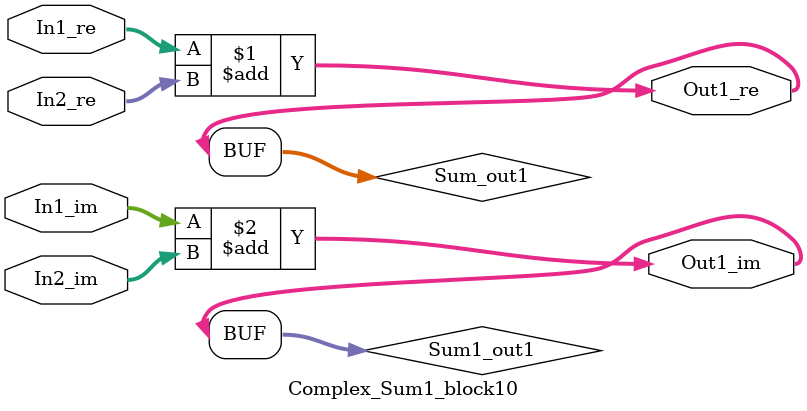
<source format=v>



`timescale 1 ns / 1 ns

module Complex_Sum1_block10
          (In1_re,
           In1_im,
           In2_re,
           In2_im,
           Out1_re,
           Out1_im);


  input   signed [36:0] In1_re;  // sfix37_En22
  input   signed [36:0] In1_im;  // sfix37_En22
  input   signed [36:0] In2_re;  // sfix37_En22
  input   signed [36:0] In2_im;  // sfix37_En22
  output  signed [36:0] Out1_re;  // sfix37_En22
  output  signed [36:0] Out1_im;  // sfix37_En22


  wire signed [36:0] Sum_out1;  // sfix37_En22
  wire signed [36:0] Sum1_out1;  // sfix37_En22


  assign Sum_out1 = In1_re + In2_re;



  assign Out1_re = Sum_out1;

  assign Sum1_out1 = In1_im + In2_im;



  assign Out1_im = Sum1_out1;

endmodule  // Complex_Sum1_block10


</source>
